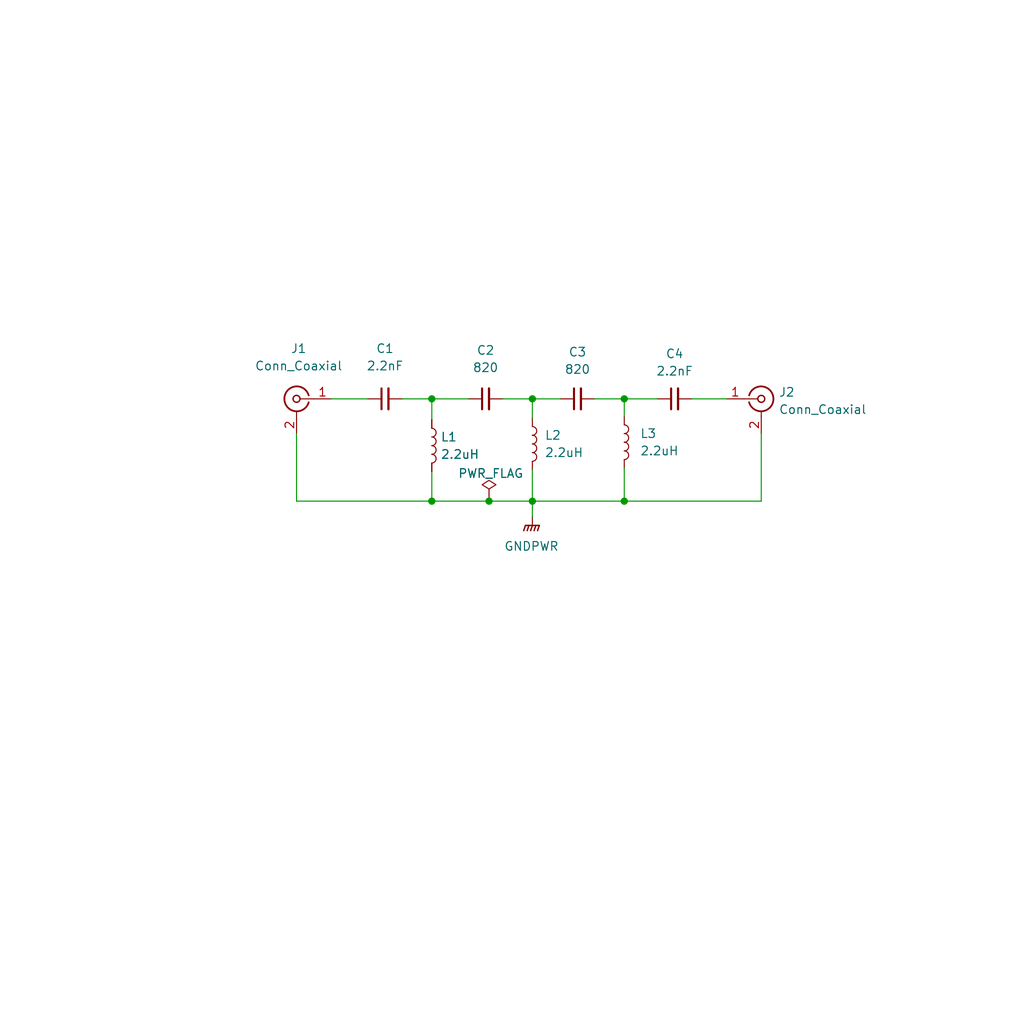
<source format=kicad_sch>
(kicad_sch (version 20211123) (generator eeschema)
  (paper "User" 150.012 150.012)
  (title_block (title "HPF BCI Filter by VK3YE") (date "2022-02-17") (rev "v0.01"))
  (lib_symbols
    (symbol "Connector:Conn_Coaxial" (pin_names (offset 1.016) hide)
      (property "Reference" "J" (at 0.254 3.048 0))
      (property "Value" "Conn_Coaxial" (at 2.921 0 90))
      (symbol "Conn_Coaxial_0_1"
        (arc (start -1.778 -0.508) (mid 0.222 -1.808) (end 1.778 0) (stroke (width 0.254)))
        (polyline (pts (xy -2.54 0) (xy -0.508 0)))
        (polyline (pts (xy 0 -2.54) (xy 0 -1.778)))
        (circle (center 0 0) (radius 0.508) (stroke (width 0.2032)))
        (arc (start 1.778 0) (mid 0.222 1.8083) (end -1.778 0.508) (stroke (width 0.254)))
      )
      (symbol "Conn_Coaxial_1_1"
        (pin passive line (at -5.08 0 0) (length 2.54) (name "In") (number "1"))
        (pin passive line (at 0 -5.08 90) (length 2.54) (name "Ext") (number "2"))
      )
    )
    (symbol "Device:C_Small" (pin_numbers hide) (pin_names (offset 0.254) hide)
      (property "Reference" "C" (at 0.254 1.778 0))
      (property "Value" "C_Small" (at 0.254 -2.032 0))
      (symbol "C_Small_0_1"
        (polyline (pts (xy -1.524 -0.508) (xy 1.524 -0.508)) (stroke (width 0.3302)))
        (polyline (pts (xy -1.524 0.508) (xy 1.524 0.508)) (stroke (width 0.3048)))
      )
      (symbol "C_Small_1_1"
        (pin passive line (at 0 2.54 270) (length 2.032) (name "~") (number "1"))
        (pin passive line (at 0 -2.54 90) (length 2.032) (name "~") (number "2"))
      )
    )
    (symbol "Device:L" (pin_numbers hide) (pin_names (offset 1.016) hide)
      (property "Reference" "L" (at -1.27 0 90))
      (property "Value" "L" (at 1.905 0 90))
      (symbol "L_0_1"
        (arc (start 0 -2.54) (mid 0.635 -1.905) (end 0 -1.27))
        (arc (start 0 -1.27) (mid 0.635 -0.635) (end 0 0))
        (arc (start 0 0) (mid 0.635 0.635) (end 0 1.27))
        (arc (start 0 1.27) (mid 0.635 1.905) (end 0 2.54))
      )
      (symbol "L_1_1"
        (pin passive line (at 0 3.81 270) (length 1.27) (name "1") (number "1"))
        (pin passive line (at 0 -3.81 90) (length 1.27) (name "2") (number "2"))
      )
    )
    (symbol "power:GNDPWR" (power) (pin_names (offset 0))
      (property "Value" "GNDPWR" (at 0 -3.302 0))
      (symbol "GNDPWR_0_1"
        (polyline (pts (xy 0 -1.27) (xy 0 0)))
        (polyline (pts (xy -1.016 -1.27) (xy -1.27 -2.032) (xy -1.27 -2.032)) (stroke (width 0.2032)))
        (polyline (pts (xy -0.508 -1.27) (xy -0.762 -2.032) (xy -0.762 -2.032)) (stroke (width 0.2032)))
        (polyline (pts (xy 0 -1.27) (xy -0.254 -2.032) (xy -0.254 -2.032)) (stroke (width 0.2032)))
        (polyline (pts (xy 0.508 -1.27) (xy 0.254 -2.032) (xy 0.254 -2.032)) (stroke (width 0.2032)))
        (polyline (pts (xy 1.016 -1.27) (xy -1.016 -1.27) (xy -1.016 -1.27)) (stroke (width 0.2032)))
        (polyline (pts (xy 1.016 -1.27) (xy 0.762 -2.032) (xy 0.762 -2.032) (xy 0.762 -2.032)) (stroke (width 0.2032)))
      )
      (symbol "GNDPWR_1_1"
        (pin power_in line (at 0 0 270) (length 0) hide (name "GNDPWR") (number "1"))
      )
    )
    (symbol "power:PWR_FLAG" (power) (pin_numbers hide) (pin_names (offset 0) hide)
      (property "Value" "PWR_FLAG" (at 0 3.81 0))
      (symbol "PWR_FLAG_0_0"
        (pin power_out line (at 0 0 90) (length 0) (name "pwr") (number "1"))
      )
      (symbol "PWR_FLAG_0_1"
        (polyline (pts (xy 0 0) (xy 0 1.27) (xy -1.016 1.905) (xy 0 2.54) (xy 1.016 1.905) (xy 0 1.27)))
      )
    )
  )
  (junction (at 71.628 73.406))
  (junction (at 63.246 73.406))
  (junction (at 91.44 73.406))
  (junction (at 63.246 58.42))
  (junction (at 77.978 73.406))
  (junction (at 77.978 58.42))
  (junction (at 91.44 58.42))
  (wire (pts (xy 91.44 58.42) (xy 96.266 58.42)))
  (wire (pts (xy 43.434 63.5) (xy 43.434 73.406)))
  (wire (pts (xy 77.978 73.406) (xy 77.978 68.834)))
  (wire (pts (xy 111.506 73.406) (xy 111.506 63.5)))
  (wire (pts (xy 63.246 58.42) (xy 68.58 58.42)))
  (wire (pts (xy 101.346 58.42) (xy 106.426 58.42)))
  (wire (pts (xy 77.978 58.42) (xy 77.978 61.214)))
  (wire (pts (xy 91.44 68.58) (xy 91.44 73.406)))
  (wire (pts (xy 71.628 73.406) (xy 77.978 73.406)))
  (wire (pts (xy 71.628 72.898) (xy 71.628 73.406)))
  (wire (pts (xy 63.246 73.406) (xy 71.628 73.406)))
  (wire (pts (xy 63.246 61.468) (xy 63.246 58.42)))
  (wire (pts (xy 91.44 73.406) (xy 77.978 73.406)))
  (wire (pts (xy 91.44 58.42) (xy 91.44 60.96)))
  (wire (pts (xy 91.44 73.406) (xy 111.506 73.406)))
  (wire (pts (xy 87.122 58.42) (xy 91.44 58.42)))
  (wire (pts (xy 63.246 69.088) (xy 63.246 73.406)))
  (wire (pts (xy 48.514 58.42) (xy 53.848 58.42)))
  (wire (pts (xy 77.978 58.42) (xy 82.042 58.42)))
  (wire (pts (xy 77.978 73.406) (xy 77.978 75.692)))
  (wire (pts (xy 58.928 58.42) (xy 63.246 58.42)))
  (wire (pts (xy 73.66 58.42) (xy 77.978 58.42)))
  (wire (pts (xy 43.434 73.406) (xy 63.246 73.406)))
  (symbol (lib_id "power:PWR_FLAG") (at 71.628 72.898 0) (unit 1)
    (property "Reference" "#FLG0101" (effects hide))
    (property "Value" "PWR_FLAG" (at 71.882 69.342 0))
  )
  (symbol (lib_id "Device:L") (at 91.44 64.77 0) (unit 1)
    (property "Reference" "L3" (at 93.726 63.4999 0) (effects (justify left)))
    (property "Value" "2.2uH" (at 93.726 66.0399 0) (effects (justify left)))
    (property "Footprint" "Resistor_THT:R_Axial_DIN0204_L3.6mm_D1.6mm_P1.90mm_Vertical" (effects hide))
  )
  (symbol (lib_id "Connector:Conn_Coaxial") (at 111.506 58.42 0) (unit 1)
    (property "Reference" "J2" (at 114.046 57.4431 0) (effects (justify left)))
    (property "Value" "Conn_Coaxial" (at 114.046 59.9831 0) (effects (justify left)))
    (property "Footprint" "Connector_Coaxial:SMA_Amphenol_901-144_Vertical" (effects hide))
    (property "Datasheet" " ~" (effects hide))
  )
  (symbol (lib_id "Device:L") (at 63.246 65.278 0) (unit 1)
    (property "Reference" "L1" (at 64.516 64.0079 0) (effects (justify left)))
    (property "Value" "2.2uH" (at 64.516 66.5479 0) (effects (justify left)))
    (property "Footprint" "Resistor_THT:R_Axial_DIN0204_L3.6mm_D1.6mm_P1.90mm_Vertical" (effects hide))
  )
  (symbol (lib_id "Device:C_Small") (at 98.806 58.42 90) (unit 1)
    (property "Reference" "C4" (at 98.8123 51.816 90))
    (property "Value" "2.2nF" (at 98.8123 54.356 90))
    (property "Footprint" "Capacitor_THT:C_Disc_D3.0mm_W1.6mm_P2.50mm" (effects hide))
  )
  (symbol (lib_id "Device:C_Small") (at 56.388 58.42 90) (unit 1)
    (property "Reference" "C1" (at 56.3943 51.054 90))
    (property "Value" "2.2nF" (at 56.3943 53.594 90))
    (property "Footprint" "Capacitor_THT:C_Disc_D3.0mm_W1.6mm_P2.50mm" (effects hide))
  )
  (symbol (lib_id "Device:L") (at 77.978 65.024 0) (unit 1)
    (property "Reference" "L2" (at 79.756 63.7539 0) (effects (justify left)))
    (property "Value" "2.2uH" (at 79.756 66.2939 0) (effects (justify left)))
    (property "Footprint" "Resistor_THT:R_Axial_DIN0204_L3.6mm_D1.6mm_P1.90mm_Vertical" (effects hide))
  )
  (symbol (lib_id "power:GNDPWR") (at 77.978 75.692 0) (unit 1)
    (property "Reference" "#PWR01" (effects hide))
    (property "Value" "GNDPWR" (at 77.851 80.01 0))
  )
  (symbol (lib_id "Device:C_Small") (at 71.12 58.42 90) (unit 1)
    (property "Reference" "C2" (at 71.1263 51.308 90))
    (property "Value" "820" (at 71.1263 53.848 90))
    (property "Footprint" "Capacitor_THT:C_Disc_D3.0mm_W1.6mm_P2.50mm" (effects hide))
  )
  (symbol (lib_id "Connector:Conn_Coaxial") (at 43.434 58.42 0) (mirror y) (unit 1)
    (property "Reference" "J1" (at 43.7514 51.054 0))
    (property "Value" "Conn_Coaxial" (at 43.7514 53.594 0))
    (property "Footprint" "Connector_Coaxial:SMA_Amphenol_901-144_Vertical" (effects hide))
    (property "Datasheet" " ~" (effects hide))
  )
  (symbol (lib_id "Device:C_Small") (at 84.582 58.42 90) (unit 1)
    (property "Reference" "C3" (at 84.5883 51.562 90))
    (property "Value" "820" (at 84.5883 54.102 90))
    (property "Footprint" "Capacitor_THT:C_Disc_D3.0mm_W1.6mm_P2.50mm" (effects hide))
  )
)
</source>
